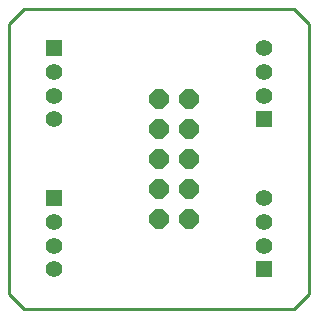
<source format=gbs>
G75*
%MOIN*%
%OFA0B0*%
%FSLAX25Y25*%
%IPPOS*%
%LPD*%
%AMOC8*
5,1,8,0,0,1.08239X$1,22.5*
%
%ADD10C,0.01000*%
%ADD11R,0.05550X0.05550*%
%ADD12C,0.05550*%
%ADD13OC8,0.06400*%
D10*
X0003000Y0006500D02*
X0008000Y0001500D01*
X0098000Y0001500D01*
X0103000Y0006500D01*
X0103000Y0096500D01*
X0098000Y0101500D01*
X0008000Y0101500D01*
X0003000Y0096500D01*
X0003000Y0006500D01*
D11*
X0018000Y0038311D03*
X0018000Y0088311D03*
X0088000Y0064689D03*
X0088000Y0014689D03*
D12*
X0088000Y0022563D03*
X0088000Y0030437D03*
X0088000Y0038311D03*
X0088000Y0072563D03*
X0088000Y0080437D03*
X0088000Y0088311D03*
X0018000Y0080437D03*
X0018000Y0072563D03*
X0018000Y0064689D03*
X0018000Y0030437D03*
X0018000Y0022563D03*
X0018000Y0014689D03*
D13*
X0053000Y0031500D03*
X0063000Y0031500D03*
X0063000Y0041500D03*
X0053000Y0041500D03*
X0053000Y0051500D03*
X0053000Y0061500D03*
X0063000Y0061500D03*
X0063000Y0051500D03*
X0063000Y0071500D03*
X0053000Y0071500D03*
M02*

</source>
